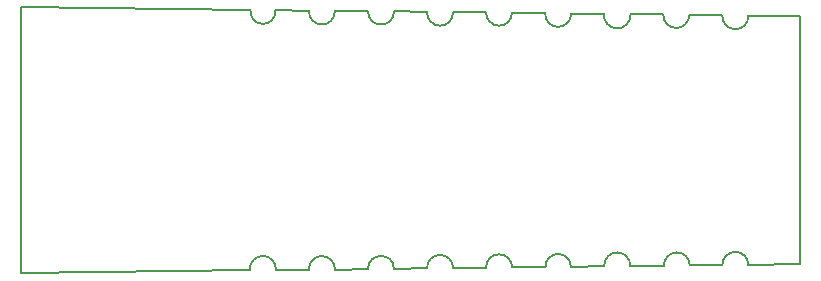
<source format=gm1>
G04 #@! TF.GenerationSoftware,KiCad,Pcbnew,(5.1.2)-1*
G04 #@! TF.CreationDate,2019-06-11T21:07:52+09:00*
G04 #@! TF.ProjectId,JuicyLight32,4a756963-794c-4696-9768-7433322e6b69,rev?*
G04 #@! TF.SameCoordinates,Original*
G04 #@! TF.FileFunction,Profile,NP*
%FSLAX46Y46*%
G04 Gerber Fmt 4.6, Leading zero omitted, Abs format (unit mm)*
G04 Created by KiCad (PCBNEW (5.1.2)-1) date 2019-06-11 21:07:52*
%MOMM*%
%LPD*%
G04 APERTURE LIST*
%ADD10C,0.200000*%
G04 APERTURE END LIST*
D10*
X161600000Y-110550000D02*
X166000000Y-110500000D01*
X156650000Y-110600000D02*
X159400000Y-110575000D01*
X151600000Y-110675000D02*
X154450000Y-110650000D01*
X146575000Y-110700000D02*
X149399870Y-110673061D01*
X141600000Y-110775000D02*
X144425000Y-110725000D01*
X136600000Y-110825000D02*
X139400851Y-110799961D01*
X131600000Y-110875000D02*
X134400851Y-110849961D01*
X126600000Y-110950000D02*
X129400000Y-110925000D01*
X121600051Y-111004545D02*
X124399974Y-110972728D01*
X159400216Y-89429790D02*
X156600000Y-89400000D01*
X154400000Y-89350000D02*
X151628271Y-89348715D01*
X149375000Y-89300000D02*
X146600000Y-89300000D01*
X144400192Y-89234429D02*
X141600000Y-89200000D01*
X139400000Y-89175000D02*
X136600000Y-89150000D01*
X134400203Y-89132561D02*
X131600000Y-89100000D01*
X126600000Y-89050000D02*
X129400000Y-89100000D01*
X119449762Y-88971021D02*
X100000000Y-88750000D01*
X119401654Y-111020693D02*
G75*
G02X121600000Y-111004545I1098346J120693D01*
G01*
X134400851Y-110849961D02*
G75*
G02X136600000Y-110825000I1099149J49961D01*
G01*
X144425291Y-110724993D02*
G75*
G02X146575000Y-110700000I1074709J24993D01*
G01*
X139400851Y-110799961D02*
G75*
G02X141600000Y-110775000I1099149J49961D01*
G01*
X124401263Y-110972643D02*
G75*
G02X126600000Y-110950000I1098737J72643D01*
G01*
X129400000Y-110925000D02*
G75*
G02X131600000Y-110875000I1100000J25000D01*
G01*
X149399869Y-110673061D02*
G75*
G02X151600000Y-110675000I1100131J73061D01*
G01*
X159400284Y-110574994D02*
G75*
G02X161600000Y-110550000I1099716J24994D01*
G01*
X154451135Y-110649948D02*
G75*
G02X156650000Y-110600000I1098865J49948D01*
G01*
X121553362Y-88999680D02*
G75*
G02X119449762Y-88971021I-1053362J-100320D01*
G01*
X126600000Y-89050000D02*
G75*
G02X124400000Y-89050000I-1100000J-50000D01*
G01*
X161600886Y-89449960D02*
G75*
G02X159400216Y-89429790I-1100886J-50040D01*
G01*
X156601136Y-89400000D02*
G75*
G02X154400000Y-89350000I-1101136J0D01*
G01*
X151628271Y-89348715D02*
G75*
G02X149375000Y-89300000I-1128271J-51285D01*
G01*
X146601759Y-89298088D02*
G75*
G02X144400192Y-89234429I-1101759J-1912D01*
G01*
X141600284Y-89200000D02*
G75*
G02X139400000Y-89175000I-1100284J0D01*
G01*
X136600726Y-89149967D02*
G75*
G02X134400203Y-89132561I-1100726J-50033D01*
G01*
X131600000Y-89100000D02*
G75*
G02X129400000Y-89100000I-1100000J0D01*
G01*
X124400000Y-89050000D02*
X121553362Y-88999680D01*
X166000000Y-89500000D02*
X161600000Y-89450000D01*
X166000000Y-89500000D02*
X166000000Y-110500000D01*
X100000000Y-111250000D02*
X119400000Y-111020000D01*
X100000000Y-88750000D02*
X100000000Y-111250000D01*
M02*

</source>
